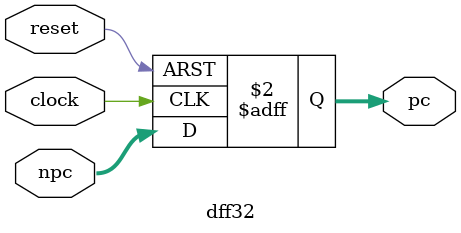
<source format=v>
`timescale 1ns / 1ps


module dff32(npc, clock, reset, pc);
    localparam              MSB = 31;
    localparam              SHIFT = 32'h00400000;
    // localparam              SHIFT = 32'h0;
    input       [MSB:0]     npc;
    input                   clock, reset;
    output reg  [MSB:0]     pc;

    always @ ( posedge clock or posedge reset ) begin
        if (reset) begin
            pc <= SHIFT;
        end else begin
            pc <= npc;
        end
    end


endmodule

</source>
